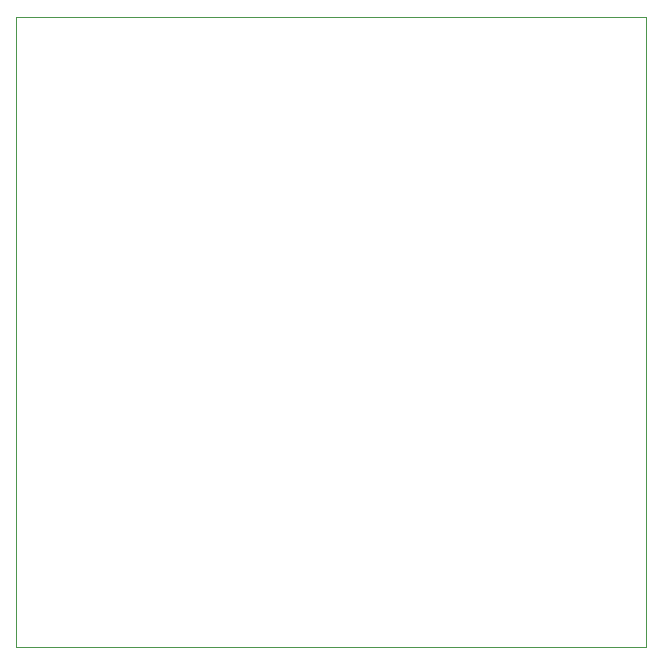
<source format=gbr>
%TF.GenerationSoftware,KiCad,Pcbnew,5.1.10*%
%TF.CreationDate,2021-06-24T22:29:26-07:00*%
%TF.ProjectId,weatherstation,77656174-6865-4727-9374-6174696f6e2e,rev?*%
%TF.SameCoordinates,Original*%
%TF.FileFunction,Profile,NP*%
%FSLAX46Y46*%
G04 Gerber Fmt 4.6, Leading zero omitted, Abs format (unit mm)*
G04 Created by KiCad (PCBNEW 5.1.10) date 2021-06-24 22:29:26*
%MOMM*%
%LPD*%
G01*
G04 APERTURE LIST*
%TA.AperFunction,Profile*%
%ADD10C,0.100000*%
%TD*%
G04 APERTURE END LIST*
D10*
X170180000Y-64770000D02*
X170180000Y-118110000D01*
X116840000Y-64770000D02*
X170180000Y-64770000D01*
X116840000Y-118110000D02*
X116840000Y-64770000D01*
X170180000Y-118110000D02*
X116840000Y-118110000D01*
M02*

</source>
